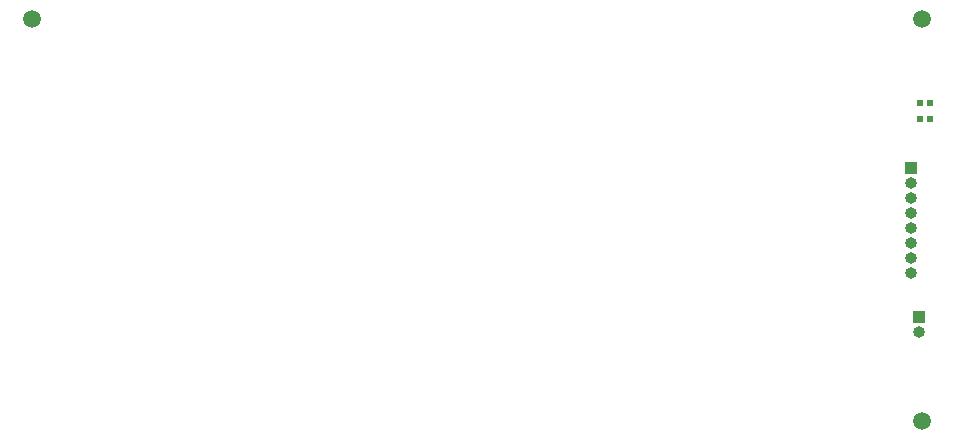
<source format=gbr>
%TF.GenerationSoftware,KiCad,Pcbnew,7.99.0-1761-g0fd2efa283*%
%TF.CreationDate,2023-08-22T00:04:27+03:00*%
%TF.ProjectId,Kampela_G2,4b616d70-656c-4615-9f47-322e6b696361,rev?*%
%TF.SameCoordinates,Original*%
%TF.FileFunction,Soldermask,Bot*%
%TF.FilePolarity,Negative*%
%FSLAX46Y46*%
G04 Gerber Fmt 4.6, Leading zero omitted, Abs format (unit mm)*
G04 Created by KiCad (PCBNEW 7.99.0-1761-g0fd2efa283) date 2023-08-22 00:04:27*
%MOMM*%
%LPD*%
G01*
G04 APERTURE LIST*
%ADD10R,1.000000X1.000000*%
%ADD11O,1.000000X1.000000*%
%ADD12C,1.500000*%
%ADD13R,0.600000X0.600000*%
G04 APERTURE END LIST*
D10*
%TO.C,J7*%
X163710000Y-127960000D03*
D11*
X163710000Y-129230000D03*
%TD*%
D10*
%TO.C,J6*%
X162985000Y-115335001D03*
D11*
X162985000Y-116605001D03*
X162985000Y-117875001D03*
X162985000Y-119145001D03*
X162985000Y-120415001D03*
X162985000Y-121685001D03*
X162985000Y-122955001D03*
X162985000Y-124225001D03*
%TD*%
D12*
%TO.C,H2*%
X163960000Y-102710000D03*
%TD*%
%TO.C,H1*%
X163960000Y-136710000D03*
%TD*%
%TO.C,H3*%
X88560000Y-102710000D03*
%TD*%
D13*
%TO.C,D12*%
X164660000Y-111190001D03*
X164660000Y-109790001D03*
X163810000Y-111190001D03*
X163810000Y-109790001D03*
%TD*%
M02*

</source>
